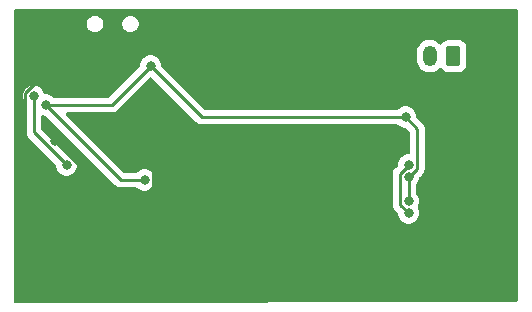
<source format=gbr>
%TF.GenerationSoftware,KiCad,Pcbnew,(7.0.0)*%
%TF.CreationDate,2023-02-21T16:48:07-06:00*%
%TF.ProjectId,stick-and-slip_v1,73746963-6b2d-4616-9e64-2d736c69705f,rev?*%
%TF.SameCoordinates,Original*%
%TF.FileFunction,Copper,L2,Bot*%
%TF.FilePolarity,Positive*%
%FSLAX46Y46*%
G04 Gerber Fmt 4.6, Leading zero omitted, Abs format (unit mm)*
G04 Created by KiCad (PCBNEW (7.0.0)) date 2023-02-21 16:48:07*
%MOMM*%
%LPD*%
G01*
G04 APERTURE LIST*
G04 Aperture macros list*
%AMRoundRect*
0 Rectangle with rounded corners*
0 $1 Rounding radius*
0 $2 $3 $4 $5 $6 $7 $8 $9 X,Y pos of 4 corners*
0 Add a 4 corners polygon primitive as box body*
4,1,4,$2,$3,$4,$5,$6,$7,$8,$9,$2,$3,0*
0 Add four circle primitives for the rounded corners*
1,1,$1+$1,$2,$3*
1,1,$1+$1,$4,$5*
1,1,$1+$1,$6,$7*
1,1,$1+$1,$8,$9*
0 Add four rect primitives between the rounded corners*
20,1,$1+$1,$2,$3,$4,$5,0*
20,1,$1+$1,$4,$5,$6,$7,0*
20,1,$1+$1,$6,$7,$8,$9,0*
20,1,$1+$1,$8,$9,$2,$3,0*%
G04 Aperture macros list end*
%TA.AperFunction,ComponentPad*%
%ADD10O,1.200000X1.750000*%
%TD*%
%TA.AperFunction,ComponentPad*%
%ADD11RoundRect,0.250000X0.350000X0.625000X-0.350000X0.625000X-0.350000X-0.625000X0.350000X-0.625000X0*%
%TD*%
%TA.AperFunction,ViaPad*%
%ADD12C,0.800000*%
%TD*%
%TA.AperFunction,Conductor*%
%ADD13C,0.250000*%
%TD*%
G04 APERTURE END LIST*
D10*
%TO.P,J9,2,Pin_2*%
%TO.N,-BATT*%
X67071999Y-52741999D03*
D11*
%TO.P,J9,1,Pin_1*%
%TO.N,Net-(J9-Pin_1)*%
X69072000Y-52742000D03*
%TD*%
D12*
%TO.N,GND*%
X36449000Y-52197000D03*
X65024000Y-55753000D03*
%TO.N,+3.3V*%
X43434000Y-53594000D03*
X42926000Y-63246000D03*
%TO.N,+BATT*%
X33528000Y-56134000D03*
X36322000Y-61976000D03*
%TO.N,+3.3V*%
X65024000Y-57912000D03*
%TO.N,+BATT*%
X65278000Y-61976000D03*
%TO.N,+3.3V*%
X65278000Y-62992000D03*
X65278000Y-65024000D03*
%TO.N,+BATT*%
X65278000Y-66040000D03*
%TO.N,+3.3V*%
X34544000Y-56896000D03*
%TO.N,GND*%
X35306000Y-59944000D03*
X39116000Y-68326000D03*
X43688000Y-62230000D03*
%TD*%
D13*
%TO.N,GND*%
X32803000Y-62013000D02*
X39116000Y-68326000D01*
X32803000Y-55833695D02*
X32803000Y-62013000D01*
X36439695Y-52197000D02*
X32803000Y-55833695D01*
X36449000Y-52197000D02*
X36439695Y-52197000D01*
X61468000Y-52197000D02*
X65024000Y-55753000D01*
X36449000Y-52197000D02*
X61468000Y-52197000D01*
%TO.N,+3.3V*%
X47752000Y-57912000D02*
X43434000Y-53594000D01*
X65024000Y-57912000D02*
X47752000Y-57912000D01*
X40132000Y-56896000D02*
X34544000Y-56896000D01*
X43434000Y-53594000D02*
X40132000Y-56896000D01*
%TO.N,GND*%
X43651000Y-63791000D02*
X43651000Y-62267000D01*
X39116000Y-68326000D02*
X43651000Y-63791000D01*
X35315305Y-59944000D02*
X39116000Y-63744695D01*
X39116000Y-63744695D02*
X39116000Y-68326000D01*
X35306000Y-59944000D02*
X35315305Y-59944000D01*
%TO.N,+3.3V*%
X40894000Y-63246000D02*
X34544000Y-56896000D01*
X42926000Y-63246000D02*
X40894000Y-63246000D01*
%TO.N,+BATT*%
X36312695Y-61976000D02*
X36322000Y-61976000D01*
X33528000Y-59191305D02*
X36312695Y-61976000D01*
X33528000Y-56134000D02*
X33528000Y-59191305D01*
%TO.N,+3.3V*%
X66003000Y-58891000D02*
X65024000Y-57912000D01*
X66003000Y-62276305D02*
X66003000Y-58891000D01*
X65278000Y-62992000D02*
X65287305Y-62992000D01*
X65287305Y-62992000D02*
X66003000Y-62276305D01*
%TO.N,+BATT*%
X64553000Y-62691695D02*
X65268695Y-61976000D01*
X64553000Y-65324305D02*
X64553000Y-62691695D01*
X65268695Y-61976000D02*
X65278000Y-61976000D01*
X65268695Y-66040000D02*
X64553000Y-65324305D01*
X65278000Y-66040000D02*
X65268695Y-66040000D01*
%TO.N,+3.3V*%
X65278000Y-62992000D02*
X65278000Y-65024000D01*
%TD*%
%TA.AperFunction,Conductor*%
%TO.N,GND*%
G36*
X74487000Y-48784613D02*
G01*
X74532387Y-48830000D01*
X74549000Y-48892000D01*
X74549000Y-73409369D01*
X74532449Y-73471262D01*
X74487213Y-73516633D01*
X74425369Y-73533367D01*
X32001368Y-73659629D01*
X31939213Y-73643141D01*
X31893674Y-73597738D01*
X31877000Y-73535631D01*
X31877000Y-56134000D01*
X32622540Y-56134000D01*
X32623219Y-56140460D01*
X32641646Y-56315795D01*
X32641647Y-56315803D01*
X32642326Y-56322256D01*
X32644331Y-56328428D01*
X32644333Y-56328435D01*
X32698813Y-56496105D01*
X32700821Y-56502284D01*
X32795467Y-56666216D01*
X32799811Y-56671041D01*
X32799813Y-56671043D01*
X32870650Y-56749715D01*
X32894264Y-56788249D01*
X32902500Y-56832687D01*
X32902500Y-59113530D01*
X32901978Y-59124585D01*
X32900327Y-59131972D01*
X32900571Y-59139758D01*
X32900571Y-59139766D01*
X32902439Y-59199178D01*
X32902500Y-59203073D01*
X32902500Y-59230655D01*
X32902988Y-59234524D01*
X32902989Y-59234530D01*
X32903004Y-59234648D01*
X32903918Y-59246271D01*
X32905045Y-59282135D01*
X32905046Y-59282142D01*
X32905291Y-59289932D01*
X32907467Y-59297424D01*
X32907468Y-59297426D01*
X32910879Y-59309167D01*
X32914825Y-59328220D01*
X32917336Y-59348097D01*
X32920206Y-59355347D01*
X32920208Y-59355353D01*
X32933414Y-59388709D01*
X32937197Y-59399756D01*
X32949382Y-59441695D01*
X32953353Y-59448410D01*
X32953354Y-59448412D01*
X32959581Y-59458942D01*
X32968136Y-59476404D01*
X32972642Y-59487785D01*
X32972643Y-59487788D01*
X32975514Y-59495037D01*
X32997440Y-59525217D01*
X33001181Y-59530365D01*
X33007593Y-59540127D01*
X33025856Y-59571007D01*
X33025859Y-59571012D01*
X33029830Y-59577725D01*
X33035345Y-59583240D01*
X33043990Y-59591885D01*
X33056626Y-59606679D01*
X33063819Y-59616580D01*
X33063823Y-59616584D01*
X33068406Y-59622892D01*
X33074415Y-59627863D01*
X33074416Y-59627864D01*
X33102058Y-59650731D01*
X33110699Y-59658594D01*
X35384131Y-61932027D01*
X35408371Y-61966325D01*
X35419771Y-62006746D01*
X35436326Y-62164256D01*
X35438331Y-62170428D01*
X35438333Y-62170435D01*
X35481670Y-62303810D01*
X35494821Y-62344284D01*
X35498068Y-62349908D01*
X35498069Y-62349910D01*
X35564902Y-62465669D01*
X35589467Y-62508216D01*
X35593811Y-62513041D01*
X35593813Y-62513043D01*
X35710348Y-62642468D01*
X35716129Y-62648888D01*
X35869270Y-62760151D01*
X36042197Y-62837144D01*
X36227354Y-62876500D01*
X36410143Y-62876500D01*
X36416646Y-62876500D01*
X36601803Y-62837144D01*
X36774730Y-62760151D01*
X36927871Y-62648888D01*
X37054533Y-62508216D01*
X37149179Y-62344284D01*
X37207674Y-62164256D01*
X37227460Y-61976000D01*
X37207674Y-61787744D01*
X37149179Y-61607716D01*
X37054533Y-61443784D01*
X36927871Y-61303112D01*
X36922613Y-61299292D01*
X36922611Y-61299290D01*
X36779988Y-61195669D01*
X36779987Y-61195668D01*
X36774730Y-61191849D01*
X36768792Y-61189205D01*
X36607745Y-61117501D01*
X36607740Y-61117499D01*
X36601803Y-61114856D01*
X36595444Y-61113504D01*
X36595440Y-61113503D01*
X36423008Y-61076852D01*
X36423005Y-61076851D01*
X36416646Y-61075500D01*
X36410143Y-61075500D01*
X36348148Y-61075500D01*
X36300695Y-61066061D01*
X36260467Y-61039181D01*
X34189819Y-58968533D01*
X34162939Y-58928305D01*
X34153500Y-58880852D01*
X34153500Y-57886741D01*
X34165579Y-57833358D01*
X34199464Y-57790375D01*
X34248553Y-57766167D01*
X34303278Y-57765451D01*
X34449354Y-57796500D01*
X34508548Y-57796500D01*
X34556001Y-57805939D01*
X34596229Y-57832819D01*
X40396707Y-63633298D01*
X40404159Y-63641487D01*
X40408214Y-63647877D01*
X40453802Y-63690687D01*
X40457223Y-63693900D01*
X40460019Y-63696610D01*
X40479529Y-63716120D01*
X40482709Y-63718587D01*
X40491571Y-63726155D01*
X40505020Y-63738785D01*
X40517732Y-63750723D01*
X40517734Y-63750724D01*
X40523418Y-63756062D01*
X40530251Y-63759818D01*
X40530252Y-63759819D01*
X40540973Y-63765713D01*
X40557234Y-63776394D01*
X40573064Y-63788673D01*
X40613155Y-63806021D01*
X40623635Y-63811155D01*
X40661908Y-63832197D01*
X40681316Y-63837180D01*
X40699719Y-63843481D01*
X40710944Y-63848339D01*
X40710946Y-63848339D01*
X40718104Y-63851437D01*
X40761258Y-63858271D01*
X40772644Y-63860629D01*
X40814981Y-63871500D01*
X40835017Y-63871500D01*
X40854415Y-63873027D01*
X40866486Y-63874939D01*
X40866487Y-63874939D01*
X40874196Y-63876160D01*
X40912276Y-63872560D01*
X40917676Y-63872050D01*
X40929345Y-63871500D01*
X42222252Y-63871500D01*
X42272685Y-63882219D01*
X42310781Y-63909895D01*
X42310950Y-63909709D01*
X42312728Y-63911310D01*
X42314398Y-63912523D01*
X42320129Y-63918888D01*
X42473270Y-64030151D01*
X42646197Y-64107144D01*
X42831354Y-64146500D01*
X43014143Y-64146500D01*
X43020646Y-64146500D01*
X43205803Y-64107144D01*
X43378730Y-64030151D01*
X43531871Y-63918888D01*
X43658533Y-63778216D01*
X43753179Y-63614284D01*
X43811674Y-63434256D01*
X43831460Y-63246000D01*
X43811674Y-63057744D01*
X43753179Y-62877716D01*
X43658533Y-62713784D01*
X43603000Y-62652109D01*
X43536220Y-62577942D01*
X43536219Y-62577941D01*
X43531871Y-62573112D01*
X43526613Y-62569292D01*
X43526611Y-62569290D01*
X43383988Y-62465669D01*
X43383987Y-62465668D01*
X43378730Y-62461849D01*
X43372792Y-62459205D01*
X43211745Y-62387501D01*
X43211740Y-62387499D01*
X43205803Y-62384856D01*
X43199444Y-62383504D01*
X43199440Y-62383503D01*
X43027008Y-62346852D01*
X43027005Y-62346851D01*
X43020646Y-62345500D01*
X42831354Y-62345500D01*
X42824995Y-62346851D01*
X42824991Y-62346852D01*
X42652559Y-62383503D01*
X42652552Y-62383505D01*
X42646197Y-62384856D01*
X42640262Y-62387498D01*
X42640254Y-62387501D01*
X42479207Y-62459205D01*
X42479202Y-62459207D01*
X42473270Y-62461849D01*
X42468016Y-62465665D01*
X42468011Y-62465669D01*
X42325388Y-62569290D01*
X42325381Y-62569295D01*
X42320129Y-62573112D01*
X42315780Y-62577941D01*
X42315781Y-62577941D01*
X42314399Y-62579476D01*
X42312728Y-62580689D01*
X42310950Y-62582291D01*
X42310781Y-62582104D01*
X42272685Y-62609781D01*
X42222252Y-62620500D01*
X41204453Y-62620500D01*
X41157000Y-62611061D01*
X41116772Y-62584181D01*
X36265772Y-57733181D01*
X36235522Y-57683818D01*
X36230980Y-57626102D01*
X36253135Y-57572615D01*
X36297158Y-57535015D01*
X36353453Y-57521500D01*
X40054225Y-57521500D01*
X40065280Y-57522021D01*
X40072667Y-57523673D01*
X40139872Y-57521561D01*
X40143768Y-57521500D01*
X40167448Y-57521500D01*
X40171350Y-57521500D01*
X40175313Y-57520999D01*
X40186963Y-57520080D01*
X40230627Y-57518709D01*
X40249861Y-57513119D01*
X40268917Y-57509174D01*
X40288792Y-57506664D01*
X40329395Y-57490587D01*
X40340450Y-57486802D01*
X40382390Y-57474618D01*
X40399629Y-57464422D01*
X40417103Y-57455862D01*
X40428474Y-57451360D01*
X40428476Y-57451358D01*
X40435732Y-57448486D01*
X40471069Y-57422811D01*
X40480824Y-57416403D01*
X40518420Y-57394170D01*
X40532584Y-57380005D01*
X40547379Y-57367368D01*
X40563587Y-57355594D01*
X40591428Y-57321938D01*
X40599279Y-57313309D01*
X43346321Y-54566269D01*
X43401906Y-54534177D01*
X43466094Y-54534177D01*
X43521681Y-54566271D01*
X47254707Y-58299298D01*
X47262159Y-58307487D01*
X47266214Y-58313877D01*
X47315223Y-58359900D01*
X47318020Y-58362611D01*
X47337529Y-58382120D01*
X47340709Y-58384587D01*
X47349571Y-58392155D01*
X47363020Y-58404785D01*
X47375732Y-58416723D01*
X47375734Y-58416724D01*
X47381418Y-58422062D01*
X47388251Y-58425818D01*
X47388252Y-58425819D01*
X47398973Y-58431713D01*
X47415234Y-58442394D01*
X47431064Y-58454673D01*
X47471155Y-58472021D01*
X47481635Y-58477155D01*
X47519908Y-58498197D01*
X47539316Y-58503180D01*
X47557719Y-58509481D01*
X47568944Y-58514339D01*
X47568946Y-58514339D01*
X47576104Y-58517437D01*
X47619258Y-58524271D01*
X47630644Y-58526629D01*
X47672981Y-58537500D01*
X47693017Y-58537500D01*
X47712415Y-58539027D01*
X47724486Y-58540939D01*
X47724487Y-58540939D01*
X47732196Y-58542160D01*
X47770276Y-58538560D01*
X47775676Y-58538050D01*
X47787345Y-58537500D01*
X64320252Y-58537500D01*
X64370685Y-58548219D01*
X64408781Y-58575895D01*
X64408950Y-58575709D01*
X64410728Y-58577310D01*
X64412398Y-58578523D01*
X64418129Y-58584888D01*
X64571270Y-58696151D01*
X64744197Y-58773144D01*
X64929354Y-58812500D01*
X64988548Y-58812500D01*
X65036001Y-58821939D01*
X65076229Y-58848819D01*
X65341181Y-59113772D01*
X65368061Y-59154000D01*
X65377500Y-59201453D01*
X65377500Y-60951500D01*
X65360887Y-61013500D01*
X65315500Y-61058887D01*
X65253500Y-61075500D01*
X65183354Y-61075500D01*
X65176995Y-61076851D01*
X65176991Y-61076852D01*
X65004559Y-61113503D01*
X65004552Y-61113505D01*
X64998197Y-61114856D01*
X64992262Y-61117498D01*
X64992254Y-61117501D01*
X64831207Y-61189205D01*
X64831202Y-61189207D01*
X64825270Y-61191849D01*
X64820016Y-61195665D01*
X64820011Y-61195669D01*
X64677388Y-61299290D01*
X64677381Y-61299295D01*
X64672129Y-61303112D01*
X64667784Y-61307937D01*
X64667779Y-61307942D01*
X64549813Y-61438956D01*
X64549808Y-61438962D01*
X64545467Y-61443784D01*
X64542222Y-61449404D01*
X64542218Y-61449410D01*
X64454069Y-61602089D01*
X64454066Y-61602094D01*
X64450821Y-61607716D01*
X64448815Y-61613888D01*
X64448813Y-61613894D01*
X64394333Y-61781564D01*
X64394331Y-61781573D01*
X64392326Y-61787744D01*
X64391647Y-61794203D01*
X64391647Y-61794204D01*
X64375771Y-61945252D01*
X64364371Y-61985673D01*
X64340131Y-62019971D01*
X64165696Y-62194406D01*
X64157511Y-62201854D01*
X64151123Y-62205909D01*
X64145788Y-62211589D01*
X64145783Y-62211594D01*
X64105096Y-62254920D01*
X64102392Y-62257711D01*
X64085628Y-62274475D01*
X64085621Y-62274482D01*
X64082880Y-62277224D01*
X64080500Y-62280291D01*
X64080489Y-62280304D01*
X64080400Y-62280420D01*
X64072842Y-62289265D01*
X64048280Y-62315422D01*
X64048273Y-62315431D01*
X64042938Y-62321113D01*
X64039182Y-62327944D01*
X64039179Y-62327949D01*
X64033285Y-62338670D01*
X64022609Y-62354922D01*
X64015109Y-62364591D01*
X64015101Y-62364602D01*
X64010327Y-62370759D01*
X64007234Y-62377903D01*
X64007229Y-62377914D01*
X63992974Y-62410855D01*
X63987838Y-62421338D01*
X63970560Y-62452768D01*
X63966803Y-62459603D01*
X63964864Y-62467151D01*
X63964863Y-62467156D01*
X63961822Y-62479002D01*
X63955521Y-62497406D01*
X63950658Y-62508643D01*
X63950656Y-62508647D01*
X63947562Y-62515799D01*
X63946342Y-62523498D01*
X63946342Y-62523500D01*
X63940729Y-62558936D01*
X63938361Y-62570371D01*
X63929438Y-62605123D01*
X63929436Y-62605131D01*
X63927500Y-62612676D01*
X63927500Y-62620472D01*
X63927500Y-62632712D01*
X63925974Y-62652097D01*
X63922840Y-62671891D01*
X63923574Y-62679656D01*
X63923574Y-62679659D01*
X63926950Y-62715371D01*
X63927500Y-62727040D01*
X63927500Y-65246530D01*
X63926978Y-65257585D01*
X63925327Y-65264972D01*
X63925571Y-65272758D01*
X63925571Y-65272766D01*
X63927439Y-65332178D01*
X63927500Y-65336073D01*
X63927500Y-65363655D01*
X63927988Y-65367524D01*
X63927989Y-65367530D01*
X63928004Y-65367648D01*
X63928918Y-65379271D01*
X63930045Y-65415135D01*
X63930046Y-65415142D01*
X63930291Y-65422932D01*
X63932467Y-65430424D01*
X63932468Y-65430426D01*
X63935879Y-65442167D01*
X63939825Y-65461220D01*
X63942336Y-65481097D01*
X63945206Y-65488347D01*
X63945208Y-65488353D01*
X63958414Y-65521709D01*
X63962197Y-65532756D01*
X63974382Y-65574695D01*
X63978353Y-65581410D01*
X63978354Y-65581412D01*
X63984581Y-65591942D01*
X63993136Y-65609404D01*
X63997642Y-65620785D01*
X63997643Y-65620788D01*
X64000514Y-65628037D01*
X64022440Y-65658217D01*
X64026181Y-65663365D01*
X64032593Y-65673127D01*
X64050856Y-65704007D01*
X64050859Y-65704012D01*
X64054830Y-65710725D01*
X64060344Y-65716239D01*
X64060345Y-65716240D01*
X64068990Y-65724885D01*
X64081626Y-65739679D01*
X64088819Y-65749580D01*
X64088823Y-65749584D01*
X64093406Y-65755892D01*
X64099415Y-65760863D01*
X64099416Y-65760864D01*
X64127058Y-65783731D01*
X64135699Y-65791594D01*
X64340131Y-65996026D01*
X64364371Y-66030324D01*
X64375771Y-66070745D01*
X64392326Y-66228256D01*
X64394331Y-66234428D01*
X64394333Y-66234435D01*
X64448813Y-66402105D01*
X64450821Y-66408284D01*
X64545467Y-66572216D01*
X64672129Y-66712888D01*
X64825270Y-66824151D01*
X64998197Y-66901144D01*
X65183354Y-66940500D01*
X65366143Y-66940500D01*
X65372646Y-66940500D01*
X65557803Y-66901144D01*
X65730730Y-66824151D01*
X65883871Y-66712888D01*
X66010533Y-66572216D01*
X66105179Y-66408284D01*
X66163674Y-66228256D01*
X66183460Y-66040000D01*
X66163674Y-65851744D01*
X66105179Y-65671716D01*
X66060308Y-65593997D01*
X66043696Y-65531998D01*
X66060309Y-65469999D01*
X66105179Y-65392284D01*
X66163674Y-65212256D01*
X66183460Y-65024000D01*
X66163674Y-64835744D01*
X66105179Y-64655716D01*
X66010533Y-64491784D01*
X65935349Y-64408284D01*
X65911736Y-64369751D01*
X65903500Y-64325313D01*
X65903500Y-63690687D01*
X65911736Y-63646249D01*
X65935350Y-63607715D01*
X66010533Y-63524216D01*
X66105179Y-63360284D01*
X66163674Y-63180256D01*
X66180229Y-63022741D01*
X66191628Y-62982323D01*
X66215865Y-62948028D01*
X66390306Y-62773587D01*
X66398482Y-62766148D01*
X66404877Y-62762091D01*
X66450933Y-62713045D01*
X66453550Y-62710343D01*
X66473120Y-62690775D01*
X66475565Y-62687621D01*
X66483155Y-62678733D01*
X66513062Y-62646887D01*
X66522709Y-62629337D01*
X66533393Y-62613071D01*
X66545674Y-62597241D01*
X66563018Y-62557156D01*
X66568160Y-62546661D01*
X66589197Y-62508397D01*
X66594179Y-62488994D01*
X66600480Y-62470588D01*
X66608438Y-62452200D01*
X66615269Y-62409061D01*
X66617639Y-62397620D01*
X66620238Y-62387501D01*
X66628500Y-62355324D01*
X66628500Y-62335288D01*
X66630025Y-62315902D01*
X66633160Y-62296109D01*
X66629400Y-62256330D01*
X66629050Y-62252629D01*
X66628500Y-62240960D01*
X66628500Y-58968772D01*
X66629020Y-58957719D01*
X66630672Y-58950333D01*
X66628561Y-58883145D01*
X66628500Y-58879251D01*
X66628500Y-58855545D01*
X66628500Y-58851650D01*
X66627998Y-58847681D01*
X66627080Y-58836024D01*
X66625954Y-58800173D01*
X66625709Y-58792373D01*
X66620120Y-58773140D01*
X66616174Y-58754083D01*
X66614641Y-58741944D01*
X66613664Y-58734208D01*
X66597582Y-58693591D01*
X66593803Y-58682551D01*
X66583795Y-58648102D01*
X66583793Y-58648099D01*
X66581618Y-58640610D01*
X66571417Y-58623360D01*
X66562863Y-58605901D01*
X66555486Y-58587268D01*
X66529808Y-58551925D01*
X66523401Y-58542171D01*
X66523394Y-58542160D01*
X66514214Y-58526636D01*
X66505142Y-58511296D01*
X66505141Y-58511294D01*
X66501170Y-58504580D01*
X66487005Y-58490415D01*
X66474370Y-58475622D01*
X66462594Y-58459413D01*
X66456583Y-58454440D01*
X66456581Y-58454438D01*
X66428941Y-58431573D01*
X66420300Y-58423710D01*
X65962961Y-57966370D01*
X65938721Y-57932072D01*
X65927321Y-57891650D01*
X65910353Y-57730204D01*
X65910352Y-57730203D01*
X65909674Y-57723744D01*
X65851179Y-57543716D01*
X65756533Y-57379784D01*
X65738881Y-57360180D01*
X65634220Y-57243942D01*
X65634219Y-57243941D01*
X65629871Y-57239112D01*
X65624613Y-57235292D01*
X65624611Y-57235290D01*
X65481988Y-57131669D01*
X65481987Y-57131668D01*
X65476730Y-57127849D01*
X65470792Y-57125205D01*
X65309745Y-57053501D01*
X65309740Y-57053499D01*
X65303803Y-57050856D01*
X65297444Y-57049504D01*
X65297440Y-57049503D01*
X65125008Y-57012852D01*
X65125005Y-57012851D01*
X65118646Y-57011500D01*
X64929354Y-57011500D01*
X64922995Y-57012851D01*
X64922991Y-57012852D01*
X64750559Y-57049503D01*
X64750552Y-57049505D01*
X64744197Y-57050856D01*
X64738262Y-57053498D01*
X64738254Y-57053501D01*
X64577207Y-57125205D01*
X64577202Y-57125207D01*
X64571270Y-57127849D01*
X64566016Y-57131665D01*
X64566011Y-57131669D01*
X64423388Y-57235290D01*
X64423381Y-57235295D01*
X64418129Y-57239112D01*
X64413780Y-57243941D01*
X64413781Y-57243941D01*
X64412399Y-57245476D01*
X64410728Y-57246689D01*
X64408950Y-57248291D01*
X64408781Y-57248104D01*
X64370685Y-57275781D01*
X64320252Y-57286500D01*
X48062453Y-57286500D01*
X48015000Y-57277061D01*
X47974772Y-57250181D01*
X44372961Y-53648370D01*
X44348721Y-53614072D01*
X44337321Y-53573650D01*
X44320353Y-53412204D01*
X44320352Y-53412203D01*
X44319674Y-53405744D01*
X44261179Y-53225716D01*
X44170945Y-53069425D01*
X65971500Y-53069425D01*
X65971779Y-53072354D01*
X65971780Y-53072360D01*
X65985886Y-53220089D01*
X65986472Y-53226218D01*
X65988137Y-53231888D01*
X66041082Y-53412204D01*
X66045684Y-53427875D01*
X66141989Y-53614682D01*
X66145642Y-53619327D01*
X66248340Y-53749918D01*
X66271908Y-53779886D01*
X66430744Y-53917519D01*
X66612756Y-54022604D01*
X66811367Y-54091344D01*
X67019398Y-54121254D01*
X67229330Y-54111254D01*
X67433576Y-54061704D01*
X67624753Y-53974396D01*
X67795952Y-53852486D01*
X67893751Y-53749916D01*
X67940697Y-53719106D01*
X67996422Y-53712163D01*
X68049495Y-53730512D01*
X68089031Y-53770389D01*
X68129288Y-53835656D01*
X68253344Y-53959712D01*
X68259485Y-53963500D01*
X68259488Y-53963502D01*
X68281129Y-53976850D01*
X68402666Y-54051814D01*
X68569203Y-54106999D01*
X68671991Y-54117500D01*
X69472008Y-54117499D01*
X69574797Y-54106999D01*
X69741334Y-54051814D01*
X69890656Y-53959712D01*
X70014712Y-53835656D01*
X70106814Y-53686334D01*
X70161999Y-53519797D01*
X70172500Y-53417009D01*
X70172499Y-52066992D01*
X70161999Y-51964203D01*
X70106814Y-51797666D01*
X70014712Y-51648344D01*
X69890656Y-51524288D01*
X69884515Y-51520500D01*
X69884511Y-51520497D01*
X69747480Y-51435977D01*
X69741334Y-51432186D01*
X69707287Y-51420904D01*
X69581225Y-51379131D01*
X69581224Y-51379130D01*
X69574797Y-51377001D01*
X69568064Y-51376313D01*
X69568059Y-51376312D01*
X69475140Y-51366819D01*
X69475123Y-51366818D01*
X69472009Y-51366500D01*
X69468860Y-51366500D01*
X68675141Y-51366500D01*
X68675121Y-51366500D01*
X68671992Y-51366501D01*
X68668860Y-51366820D01*
X68668858Y-51366821D01*
X68575938Y-51376312D01*
X68575928Y-51376313D01*
X68569203Y-51377001D01*
X68562781Y-51379128D01*
X68562776Y-51379130D01*
X68409521Y-51429914D01*
X68409517Y-51429915D01*
X68402666Y-51432186D01*
X68396522Y-51435975D01*
X68396519Y-51435977D01*
X68259488Y-51520497D01*
X68259480Y-51520503D01*
X68253344Y-51524288D01*
X68248242Y-51529389D01*
X68248238Y-51529393D01*
X68134393Y-51643238D01*
X68134389Y-51643242D01*
X68129288Y-51648344D01*
X68125502Y-51654481D01*
X68125498Y-51654487D01*
X68090184Y-51711741D01*
X68048130Y-51753159D01*
X67991692Y-51770443D01*
X67933657Y-51759674D01*
X67887175Y-51723294D01*
X67872092Y-51704114D01*
X67713256Y-51566481D01*
X67531244Y-51461396D01*
X67525660Y-51459463D01*
X67525655Y-51459461D01*
X67338214Y-51394587D01*
X67338208Y-51394585D01*
X67332633Y-51392656D01*
X67326794Y-51391816D01*
X67326788Y-51391815D01*
X67130441Y-51363585D01*
X67130435Y-51363584D01*
X67124602Y-51362746D01*
X67118716Y-51363026D01*
X67118710Y-51363026D01*
X66920567Y-51372465D01*
X66920565Y-51372465D01*
X66914670Y-51372746D01*
X66908942Y-51374135D01*
X66908932Y-51374137D01*
X66716160Y-51420904D01*
X66716155Y-51420905D01*
X66710424Y-51422296D01*
X66705054Y-51424747D01*
X66705052Y-51424749D01*
X66524621Y-51507149D01*
X66524614Y-51507152D01*
X66519247Y-51509604D01*
X66514437Y-51513028D01*
X66514432Y-51513032D01*
X66352865Y-51628083D01*
X66352859Y-51628087D01*
X66348048Y-51631514D01*
X66343974Y-51635786D01*
X66343969Y-51635791D01*
X66207088Y-51779348D01*
X66207082Y-51779355D01*
X66203014Y-51783622D01*
X66199822Y-51788588D01*
X66199821Y-51788590D01*
X66092582Y-51955455D01*
X66092578Y-51955462D01*
X66089387Y-51960428D01*
X66087195Y-51965903D01*
X66087190Y-51965913D01*
X66013469Y-52150060D01*
X66013466Y-52150069D01*
X66011275Y-52155543D01*
X66010158Y-52161334D01*
X66010156Y-52161344D01*
X65972617Y-52356117D01*
X65971500Y-52361915D01*
X65971500Y-53069425D01*
X44170945Y-53069425D01*
X44166533Y-53061784D01*
X44039871Y-52921112D01*
X44034613Y-52917292D01*
X44034611Y-52917290D01*
X43891988Y-52813669D01*
X43891987Y-52813668D01*
X43886730Y-52809849D01*
X43880792Y-52807205D01*
X43719745Y-52735501D01*
X43719740Y-52735499D01*
X43713803Y-52732856D01*
X43707444Y-52731504D01*
X43707440Y-52731503D01*
X43535008Y-52694852D01*
X43535005Y-52694851D01*
X43528646Y-52693500D01*
X43339354Y-52693500D01*
X43332995Y-52694851D01*
X43332991Y-52694852D01*
X43160559Y-52731503D01*
X43160552Y-52731505D01*
X43154197Y-52732856D01*
X43148262Y-52735498D01*
X43148254Y-52735501D01*
X42987207Y-52807205D01*
X42987202Y-52807207D01*
X42981270Y-52809849D01*
X42976016Y-52813665D01*
X42976011Y-52813669D01*
X42833388Y-52917290D01*
X42833381Y-52917295D01*
X42828129Y-52921112D01*
X42823784Y-52925937D01*
X42823779Y-52925942D01*
X42705813Y-53056956D01*
X42705808Y-53056962D01*
X42701467Y-53061784D01*
X42698222Y-53067404D01*
X42698218Y-53067410D01*
X42610069Y-53220089D01*
X42610066Y-53220094D01*
X42606821Y-53225716D01*
X42604815Y-53231888D01*
X42604813Y-53231894D01*
X42550333Y-53399564D01*
X42550331Y-53399573D01*
X42548326Y-53405744D01*
X42547647Y-53412203D01*
X42547647Y-53412204D01*
X42530678Y-53573650D01*
X42519278Y-53614072D01*
X42495038Y-53648369D01*
X39909228Y-56234181D01*
X39869000Y-56261061D01*
X39821547Y-56270500D01*
X35247748Y-56270500D01*
X35197315Y-56259781D01*
X35159218Y-56232104D01*
X35159050Y-56232291D01*
X35157271Y-56230689D01*
X35155601Y-56229476D01*
X35149871Y-56223112D01*
X35144613Y-56219292D01*
X35144611Y-56219290D01*
X35001988Y-56115669D01*
X35001987Y-56115668D01*
X34996730Y-56111849D01*
X34990792Y-56109205D01*
X34829745Y-56037501D01*
X34829740Y-56037499D01*
X34823803Y-56034856D01*
X34817444Y-56033504D01*
X34817440Y-56033503D01*
X34645008Y-55996852D01*
X34645005Y-55996851D01*
X34638646Y-55995500D01*
X34519932Y-55995500D01*
X34469497Y-55984780D01*
X34427782Y-55954472D01*
X34402001Y-55909818D01*
X34357186Y-55771894D01*
X34355179Y-55765716D01*
X34260533Y-55601784D01*
X34133871Y-55461112D01*
X34128613Y-55457292D01*
X34128611Y-55457290D01*
X33985988Y-55353669D01*
X33985987Y-55353668D01*
X33980730Y-55349849D01*
X33974792Y-55347205D01*
X33813745Y-55275501D01*
X33813740Y-55275499D01*
X33807803Y-55272856D01*
X33801444Y-55271504D01*
X33801440Y-55271503D01*
X33629008Y-55234852D01*
X33629005Y-55234851D01*
X33622646Y-55233500D01*
X33433354Y-55233500D01*
X33426995Y-55234851D01*
X33426991Y-55234852D01*
X33254559Y-55271503D01*
X33254552Y-55271505D01*
X33248197Y-55272856D01*
X33242262Y-55275498D01*
X33242254Y-55275501D01*
X33081207Y-55347205D01*
X33081202Y-55347207D01*
X33075270Y-55349849D01*
X33070016Y-55353665D01*
X33070011Y-55353669D01*
X32927388Y-55457290D01*
X32927381Y-55457295D01*
X32922129Y-55461112D01*
X32917784Y-55465937D01*
X32917779Y-55465942D01*
X32799813Y-55596956D01*
X32799808Y-55596962D01*
X32795467Y-55601784D01*
X32792222Y-55607404D01*
X32792218Y-55607410D01*
X32704069Y-55760089D01*
X32704066Y-55760094D01*
X32700821Y-55765716D01*
X32698815Y-55771888D01*
X32698813Y-55771894D01*
X32644333Y-55939564D01*
X32644331Y-55939573D01*
X32642326Y-55945744D01*
X32641648Y-55952194D01*
X32641646Y-55952204D01*
X32636954Y-55996852D01*
X32622540Y-56134000D01*
X31877000Y-56134000D01*
X31877000Y-50123056D01*
X38018500Y-50123056D01*
X38020293Y-50130332D01*
X38020294Y-50130337D01*
X38057415Y-50280944D01*
X38059210Y-50288225D01*
X38062693Y-50294862D01*
X38062695Y-50294866D01*
X38125129Y-50413823D01*
X38138266Y-50438852D01*
X38251071Y-50566183D01*
X38391070Y-50662818D01*
X38550128Y-50723140D01*
X38676628Y-50738500D01*
X38757623Y-50738500D01*
X38761372Y-50738500D01*
X38887872Y-50723140D01*
X39046930Y-50662818D01*
X39186929Y-50566183D01*
X39299734Y-50438852D01*
X39378790Y-50288225D01*
X39419500Y-50123056D01*
X41018500Y-50123056D01*
X41020293Y-50130332D01*
X41020294Y-50130337D01*
X41057415Y-50280944D01*
X41059210Y-50288225D01*
X41062693Y-50294862D01*
X41062695Y-50294866D01*
X41125129Y-50413823D01*
X41138266Y-50438852D01*
X41251071Y-50566183D01*
X41391070Y-50662818D01*
X41550128Y-50723140D01*
X41676628Y-50738500D01*
X41757623Y-50738500D01*
X41761372Y-50738500D01*
X41887872Y-50723140D01*
X42046930Y-50662818D01*
X42186929Y-50566183D01*
X42299734Y-50438852D01*
X42378790Y-50288225D01*
X42419500Y-50123056D01*
X42419500Y-49952944D01*
X42378790Y-49787775D01*
X42299734Y-49637148D01*
X42186929Y-49509817D01*
X42180760Y-49505558D01*
X42180758Y-49505557D01*
X42053106Y-49417445D01*
X42053105Y-49417444D01*
X42046930Y-49413182D01*
X42039915Y-49410521D01*
X42039912Y-49410520D01*
X41894888Y-49355520D01*
X41894882Y-49355518D01*
X41887872Y-49352860D01*
X41880427Y-49351956D01*
X41880423Y-49351955D01*
X41765092Y-49337951D01*
X41765080Y-49337950D01*
X41761372Y-49337500D01*
X41676628Y-49337500D01*
X41672920Y-49337950D01*
X41672907Y-49337951D01*
X41557576Y-49351955D01*
X41557570Y-49351956D01*
X41550128Y-49352860D01*
X41543119Y-49355517D01*
X41543111Y-49355520D01*
X41398087Y-49410520D01*
X41398081Y-49410523D01*
X41391070Y-49413182D01*
X41384897Y-49417442D01*
X41384893Y-49417445D01*
X41257241Y-49505557D01*
X41257235Y-49505562D01*
X41251071Y-49509817D01*
X41246099Y-49515428D01*
X41246098Y-49515430D01*
X41143241Y-49631531D01*
X41143236Y-49631537D01*
X41138266Y-49637148D01*
X41134780Y-49643788D01*
X41134779Y-49643791D01*
X41062695Y-49781133D01*
X41062692Y-49781140D01*
X41059210Y-49787775D01*
X41057416Y-49795050D01*
X41057415Y-49795055D01*
X41020294Y-49945662D01*
X41020293Y-49945668D01*
X41018500Y-49952944D01*
X41018500Y-50123056D01*
X39419500Y-50123056D01*
X39419500Y-49952944D01*
X39378790Y-49787775D01*
X39299734Y-49637148D01*
X39186929Y-49509817D01*
X39180760Y-49505558D01*
X39180758Y-49505557D01*
X39053106Y-49417445D01*
X39053105Y-49417444D01*
X39046930Y-49413182D01*
X39039915Y-49410521D01*
X39039912Y-49410520D01*
X38894888Y-49355520D01*
X38894882Y-49355518D01*
X38887872Y-49352860D01*
X38880427Y-49351956D01*
X38880423Y-49351955D01*
X38765092Y-49337951D01*
X38765080Y-49337950D01*
X38761372Y-49337500D01*
X38676628Y-49337500D01*
X38672920Y-49337950D01*
X38672907Y-49337951D01*
X38557576Y-49351955D01*
X38557570Y-49351956D01*
X38550128Y-49352860D01*
X38543119Y-49355517D01*
X38543111Y-49355520D01*
X38398087Y-49410520D01*
X38398081Y-49410523D01*
X38391070Y-49413182D01*
X38384897Y-49417442D01*
X38384893Y-49417445D01*
X38257241Y-49505557D01*
X38257235Y-49505562D01*
X38251071Y-49509817D01*
X38246099Y-49515428D01*
X38246098Y-49515430D01*
X38143241Y-49631531D01*
X38143236Y-49631537D01*
X38138266Y-49637148D01*
X38134780Y-49643788D01*
X38134779Y-49643791D01*
X38062695Y-49781133D01*
X38062692Y-49781140D01*
X38059210Y-49787775D01*
X38057416Y-49795050D01*
X38057415Y-49795055D01*
X38020294Y-49945662D01*
X38020293Y-49945668D01*
X38018500Y-49952944D01*
X38018500Y-50123056D01*
X31877000Y-50123056D01*
X31877000Y-48892000D01*
X31893613Y-48830000D01*
X31939000Y-48784613D01*
X32001000Y-48768000D01*
X74425000Y-48768000D01*
X74487000Y-48784613D01*
G37*
%TD.AperFunction*%
%TD*%
M02*

</source>
